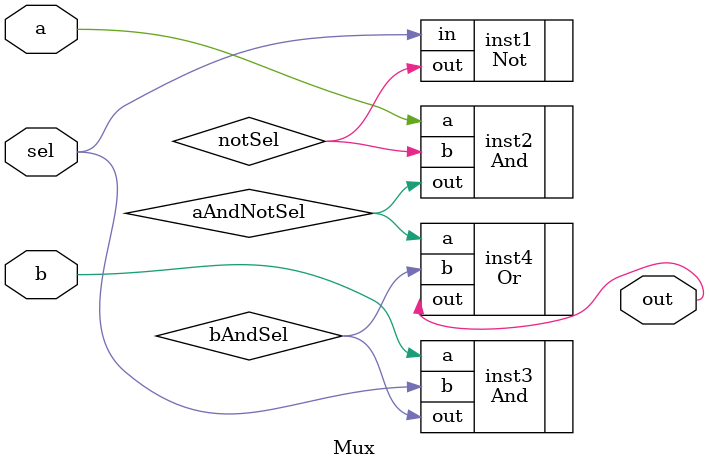
<source format=v>
module Mux (
    input a,
    input b,
    input sel,
    output out
);
    wire notSel, aAndNotSel, bAndSel;

    Not inst1 (.in(sel), .out(notSel));
    And inst2 (.a(a), .b(notSel), .out(aAndNotSel));
    And inst3 (.a(b), .b(sel), .out(bAndSel));
    Or  inst4 (.a(aAndNotSel), .b(bAndSel), .out(out));
endmodule
</source>
